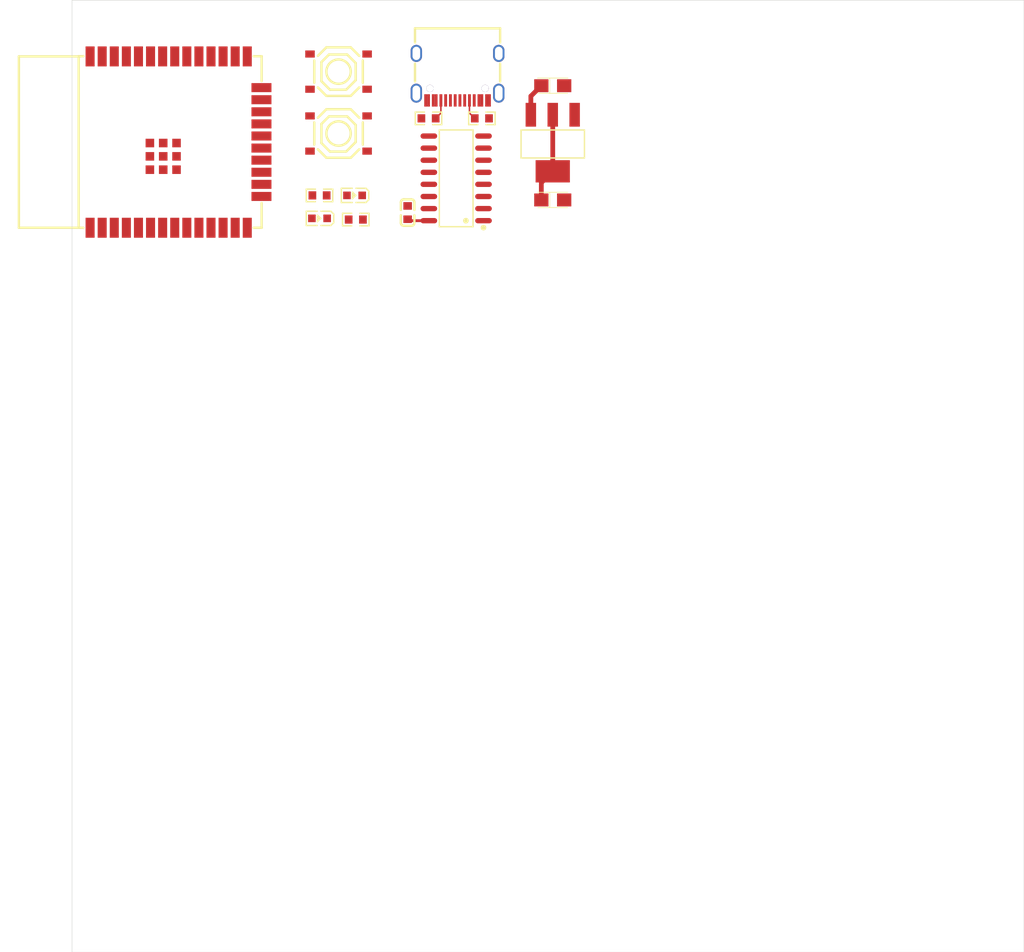
<source format=kicad_pcb>
(kicad_pcb (version 20240108) (generator "pcbnew") (generator_version "8.0")
  (layers (0 "F.Cu" signal) (31 "B.Cu" signal) (34 "B.Paste" user) (35 "F.Paste" user) (36 "B.SilkS" user "B.Silkscreen") (37 "F.SilkS" user "F.Silkscreen") (38 "B.Mask" user) (39 "F.Mask" user) (44 "Edge.Cuts" user))
  (net 0 "")
  (net 1 "/3V3")
  (net 2 "GND")
  (net 3 "/5V")
  (net 4 "Net-(LED1-K)")
  (net 5 "/ESP_LED")
  (net 6 "Net-(LED2-K)")
  (net 7 "Net-(USBC1-CC2)")
  (net 8 "Net-(USBC1-CC1)")
  (net 9 "/ESP_TXD")
  (net 10 "/USB_P")
  (net 11 "/ESP_RXD")
  (net 20 "/USB_N")
  (net 46 "/ESP_EN")
  (net 48 "/ESP_PROG")
  (footprint "easyeda2kicad:SOT-223-3_L6.5-W3.4-P2.30-LS7.0-BR" (layer "F.Cu") (at 132.288 63.641 90)
    (property "Reference" "U2" (hide yes))
    (property "Value" "AMS1117-3.3" (hide yes))
    (fp_line (start 1.37 -3.33) (end 1.37 3.33) (stroke (width 0.15)) (layer "F.SilkS"))
    (fp_line (start -1.57 -3.33) (end 1.37 -3.33) (stroke (width 0.15)) (layer "F.SilkS"))
    (fp_line (start 1.37 3.33) (end -1.57 3.33) (stroke (width 0.15)) (layer "F.SilkS"))
    (fp_line (start -1.57 3.33) (end -1.57 -3.33) (stroke (width 0.15)) (layer "F.SilkS"))
    (pad "1" smd rect (at 2.97 2.3 90) (size 2.5 1.1) (layers "F.Cu" "F.Paste" "F.Mask") (net 2 "GND"))
    (pad "2" smd rect (at 2.97 0 90) (size 2.5 1.1) (layers "F.Cu" "F.Paste" "F.Mask") (net 1 "/3V3"))
    (pad "3" smd rect (at 2.97 -2.3 90) (size 2.5 1.1) (layers "F.Cu" "F.Paste" "F.Mask") (net 3 "/5V"))
    (pad "4" smd rect (at -2.97 0 90) (size 2.34 3.6) (layers "F.Cu" "F.Paste" "F.Mask") (net 1 "/3V3"))
  )
  (footprint "easyeda2kicad:USB-C_SMD-TYPE-C-31-M-12" (layer "F.Cu") (at 122.288 56.6935 180)
    (property "Reference" "USBC1" (hide yes))
    (property "Value" "TYPE-C-31-M-12" (hide yes))
    (fp_line (start 4.47 5.1) (end 4.47 3.62) (stroke (width 0.25)) (layer "F.SilkS"))
    (fp_line (start 4.47 5.1) (end -4.47 5.1) (stroke (width 0.25)) (layer "F.SilkS"))
    (fp_line (start 4.47 1.38) (end 4.47 -0.48) (stroke (width 0.25)) (layer "F.SilkS"))
    (fp_line (start -4.47 5.1) (end -4.47 3.62) (stroke (width 0.25)) (layer "F.SilkS"))
    (fp_line (start -4.47 1.38) (end -4.47 -0.48) (stroke (width 0.25)) (layer "F.SilkS"))
    (pad "" thru_hole circle (at -2.9 -1.21 180) (size 0.75 0.75) (drill 0.75) (layers "*.Cu" "*.Mask"))
    (pad "" thru_hole circle (at 2.9 -1.21 180) (size 0.75 0.75) (drill 0.75) (layers "*.Cu" "*.Mask"))
    (pad "0" thru_hole oval (at -4.33 -1.71 180) (size 1.2 2) (drill oval 0.799998 1.600022) (layers "*.Cu" "*.Mask") (net 2 "GND"))
    (pad "1" thru_hole oval (at 4.33 -1.71 180) (size 1.2 2) (drill oval 0.799998 1.599971) (layers "*.Cu" "*.Mask"))
    (pad "2" thru_hole oval (at 4.33 2.47 180) (size 1.2 1.8) (drill oval 0.799998 1.399997) (layers "*.Cu" "*.Mask"))
    (pad "3" thru_hole oval (at -4.33 2.47 180) (size 1.2 1.8) (drill oval 0.799998 1.399997) (layers "*.Cu" "*.Mask"))
    (pad "A1" smd rect (at -3.35 -2.47 180) (size 0.3 1.3) (layers "F.Cu" "F.Paste" "F.Mask") (net 2 "GND"))
    (pad "A4" smd rect (at -2.55 -2.47 180) (size 0.3 1.3) (layers "F.Cu" "F.Paste" "F.Mask") (net 3 "/5V"))
    (pad "A5" smd rect (at -1.25 -2.47 180) (size 0.3 1.3) (layers "F.Cu" "F.Paste" "F.Mask") (net 8 "Net-(USBC1-CC1)"))
    (pad "A6" smd rect (at -0.25 -2.47 180) (size 0.3 1.3) (layers "F.Cu" "F.Paste" "F.Mask") (net 10 "/USB_P"))
    (pad "A7" smd rect (at 0.25 -2.47 180) (size 0.3 1.3) (layers "F.Cu" "F.Paste" "F.Mask") (net 20 "/USB_N"))
    (pad "A8" smd rect (at 1.25 -2.47 180) (size 0.3 1.3) (layers "F.Cu" "F.Paste" "F.Mask"))
    (pad "A9" smd rect (at 2.55 -2.47 180) (size 0.3 1.3) (layers "F.Cu" "F.Paste" "F.Mask") (net 3 "/5V"))
    (pad "A12" smd rect (at 3.35 -2.47 180) (size 0.3 1.3) (layers "F.Cu" "F.Paste" "F.Mask") (net 2 "GND"))
    (pad "B1" smd rect (at 3.05 -2.47 180) (size 0.3 1.3) (layers "F.Cu" "F.Paste" "F.Mask") (net 2 "GND"))
    (pad "B4" smd rect (at 2.25 -2.47 180) (size 0.3 1.3) (layers "F.Cu" "F.Paste" "F.Mask") (net 3 "/5V"))
    (pad "B5" smd rect (at 1.75 -2.47 180) (size 0.3 1.3) (layers "F.Cu" "F.Paste" "F.Mask") (net 7 "Net-(USBC1-CC2)"))
    (pad "B6" smd rect (at 0.75 -2.47 180) (size 0.3 1.3) (layers "F.Cu" "F.Paste" "F.Mask") (net 10 "/USB_P"))
    (pad "B7" smd rect (at -0.75 -2.47 180) (size 0.3 1.3) (layers "F.Cu" "F.Paste" "F.Mask") (net 20 "/USB_N"))
    (pad "B8" smd rect (at -1.75 -2.47 180) (size 0.3 1.3) (layers "F.Cu" "F.Paste" "F.Mask"))
    (pad "B9" smd rect (at -2.25 -2.47 180) (size 0.3 1.3) (layers "F.Cu" "F.Paste" "F.Mask") (net 3 "/5V"))
    (pad "B12" smd rect (at -3.05 -2.47 180) (size 0.3 1.3) (layers "F.Cu" "F.Paste" "F.Mask") (net 2 "GND"))
  )
  (footprint "easyeda2kicad:C0603" (layer "F.Cu") (at 117.044 70.948 -90)
    (property "Reference" "C1" (hide yes))
    (property "Value" "0.1u" (hide yes))
    (fp_line (start -0.28 0.71) (end -1.08 0.71) (stroke (width 0.25)) (layer "F.SilkS"))
    (fp_line (start 0.28 0.71) (end 1.08 0.71) (stroke (width 0.25)) (layer "F.SilkS"))
    (fp_line (start -1.39 0.4) (end -1.39 -0.4) (stroke (width 0.25)) (layer "F.SilkS"))
    (fp_line (start 1.39 -0.4) (end 1.39 0.4) (stroke (width 0.25)) (layer "F.SilkS"))
    (fp_line (start -0.28 -0.71) (end -1.08 -0.71) (stroke (width 0.25)) (layer "F.SilkS"))
    (fp_line (start 0.28 -0.71) (end 1.08 -0.71) (stroke (width 0.25)) (layer "F.SilkS"))
    (fp_arc (start -1.08 0.71) (mid -1.299203 0.619203) (end -1.39 0.4) (stroke (width 0.25)) (layer "F.SilkS"))
    (fp_arc (start 1.39 0.4) (mid 1.299203 0.619203) (end 1.08 0.71) (stroke (width 0.25)) (layer "F.SilkS"))
    (fp_arc (start -1.39 -0.4) (mid -1.299203 -0.619203) (end -1.08 -0.71) (stroke (width 0.25)) (layer "F.SilkS"))
    (fp_arc (start 1.08 -0.71) (mid 1.299203 -0.619203) (end 1.39 -0.4) (stroke (width 0.25)) (layer "F.SilkS"))
    (pad "1" smd rect (at -0.7 0 270) (size 0.8 0.9) (layers "F.Cu" "F.Paste" "F.Mask") (net 2 "GND"))
    (pad "2" smd rect (at 0.7 0 270) (size 0.8 0.9) (layers "F.Cu" "F.Paste" "F.Mask") (net 1 "/3V3"))
  )
  (footprint "easyeda2kicad:WIFI-SMD_ESP32-WROOM-32E" (layer "F.Cu") (at 92.688 63.541)
    (property "Reference" "U3" (hide yes))
    (property "Value" "ESP32-WROOM-32E(8MB)" (hide yes))
    (fp_line (start -16.48 -9) (end -16.48 9) (stroke (width 0.25)) (layer "F.SilkS"))
    (fp_line (start -16.48 -9) (end -10.02 -9) (stroke (width 0.25)) (layer "F.SilkS"))
    (fp_line (start -16.48 9) (end -10.03 9) (stroke (width 0.25)) (layer "F.SilkS"))
    (fp_line (start -10.2 -9) (end -10.2 9) (stroke (width 0.25)) (layer "F.SilkS"))
    (fp_line (start -10.2 9) (end -9.69 9) (stroke (width 0.25)) (layer "F.SilkS"))
    (fp_line (start -9.69 -9.02) (end -10.2 -9.02) (stroke (width 0.25)) (layer "F.SilkS"))
    (fp_line (start 8.18 9) (end 9.02 9) (stroke (width 0.25)) (layer "F.SilkS"))
    (fp_line (start 9.02 -9.02) (end 8.18 -9.02) (stroke (width 0.25)) (layer "F.SilkS"))
    (fp_line (start 9.02 -6.4) (end 9.02 -9.02) (stroke (width 0.25)) (layer "F.SilkS"))
    (fp_line (start 9.02 9) (end 9.02 6.4) (stroke (width 0.25)) (layer "F.SilkS"))
    (pad "1" smd rect (at -9 9) (size 0.95 2.1) (layers "F.Cu" "F.Paste" "F.Mask") (net 2 "GND"))
    (pad "2" smd rect (at -7.73 9) (size 0.95 2.1) (layers "F.Cu" "F.Paste" "F.Mask") (net 1 "/3V3"))
    (pad "3" smd rect (at -6.46 9) (size 0.95 2.1) (layers "F.Cu" "F.Paste" "F.Mask") (net 46 "/ESP_EN"))
    (pad "4" smd rect (at -5.19 9) (size 0.95 2.1) (layers "F.Cu" "F.Paste" "F.Mask"))
    (pad "5" smd rect (at -3.92 9) (size 0.95 2.1) (layers "F.Cu" "F.Paste" "F.Mask"))
    (pad "6" smd rect (at -2.65 9) (size 0.95 2.1) (layers "F.Cu" "F.Paste" "F.Mask"))
    (pad "7" smd rect (at -1.38 9) (size 0.95 2.1) (layers "F.Cu" "F.Paste" "F.Mask"))
    (pad "8" smd rect (at -0.11 9) (size 0.95 2.1) (layers "F.Cu" "F.Paste" "F.Mask"))
    (pad "9" smd rect (at 1.16 9) (size 0.95 2.1) (layers "F.Cu" "F.Paste" "F.Mask"))
    (pad "10" smd rect (at 2.43 9) (size 0.95 2.1) (layers "F.Cu" "F.Paste" "F.Mask"))
    (pad "11" smd rect (at 3.7 9) (size 0.95 2.1) (layers "F.Cu" "F.Paste" "F.Mask"))
    (pad "12" smd rect (at 4.97 9) (size 0.95 2.1) (layers "F.Cu" "F.Paste" "F.Mask"))
    (pad "13" smd rect (at 6.24 9) (size 0.95 2.1) (layers "F.Cu" "F.Paste" "F.Mask"))
    (pad "14" smd rect (at 7.51 9) (size 0.95 2.1) (layers "F.Cu" "F.Paste" "F.Mask"))
    (pad "15" smd rect (at 9 5.71) (size 2.1 0.95) (layers "F.Cu" "F.Paste" "F.Mask") (net 2 "GND"))
    (pad "16" smd rect (at 9 4.44) (size 2.1 0.95) (layers "F.Cu" "F.Paste" "F.Mask"))
    (pad "17" smd rect (at 9 3.17) (size 2.1 0.95) (layers "F.Cu" "F.Paste" "F.Mask"))
    (pad "18" smd rect (at 9 1.9) (size 2.1 0.95) (layers "F.Cu" "F.Paste" "F.Mask"))
    (pad "19" smd rect (at 9 0.63) (size 2.1 0.95) (layers "F.Cu" "F.Paste" "F.Mask"))
    (pad "20" smd rect (at 9 -0.64) (size 2.1 0.95) (layers "F.Cu" "F.Paste" "F.Mask"))
    (pad "21" smd rect (at 9 -1.91) (size 2.1 0.95) (layers "F.Cu" "F.Paste" "F.Mask"))
    (pad "22" smd rect (at 9 -3.18) (size 2.1 0.95) (layers "F.Cu" "F.Paste" "F.Mask"))
    (pad "23" smd rect (at 9 -4.45) (size 2.1 0.95) (layers "F.Cu" "F.Paste" "F.Mask"))
    (pad "24" smd rect (at 9 -5.72) (size 2.1 0.95) (layers "F.Cu" "F.Paste" "F.Mask") (net 5 "/ESP_LED"))
    (pad "25" smd rect (at 7.51 -9) (size 0.95 2.1) (layers "F.Cu" "F.Paste" "F.Mask") (net 48 "/ESP_PROG"))
    (pad "26" smd rect (at 6.24 -9) (size 0.95 2.1) (layers "F.Cu" "F.Paste" "F.Mask"))
    (pad "27" smd rect (at 4.97 -9) (size 0.95 2.1) (layers "F.Cu" "F.Paste" "F.Mask"))
    (pad "28" smd rect (at 3.7 -9) (size 0.95 2.1) (layers "F.Cu" "F.Paste" "F.Mask"))
    (pad "29" smd rect (at 2.43 -9) (size 0.95 2.1) (layers "F.Cu" "F.Paste" "F.Mask"))
    (pad "30" smd rect (at 1.16 -9) (size 0.95 2.1) (layers "F.Cu" "F.Paste" "F.Mask"))
    (pad "31" smd rect (at -0.11 -9) (size 0.95 2.1) (layers "F.Cu" "F.Paste" "F.Mask"))
    (pad "32" smd rect (at -1.38 -9) (size 0.95 2.1) (layers "F.Cu" "F.Paste" "F.Mask"))
    (pad "33" smd rect (at -2.65 -9) (size 0.95 2.1) (layers "F.Cu" "F.Paste" "F.Mask"))
    (pad "34" smd rect (at -3.92 -9) (size 0.95 2.1) (layers "F.Cu" "F.Paste" "F.Mask") (net 11 "/ESP_RXD"))
    (pad "35" smd rect (at -5.19 -9) (size 0.95 2.1) (layers "F.Cu" "F.Paste" "F.Mask") (net 9 "/ESP_TXD"))
    (pad "36" smd rect (at -6.46 -9) (size 0.95 2.1) (layers "F.Cu" "F.Paste" "F.Mask"))
    (pad "37" smd rect (at -7.73 -9) (size 0.95 2.1) (layers "F.Cu" "F.Paste" "F.Mask"))
    (pad "38" smd rect (at -9 -9) (size 0.95 2.1) (layers "F.Cu" "F.Paste" "F.Mask") (net 2 "GND"))
    (pad "39" smd rect (at -2.72 0.1 180) (size 0.9 0.9) (layers "F.Cu" "F.Paste" "F.Mask") (net 2 "GND"))
    (pad "39" smd rect (at -2.72 1.5 180) (size 0.9 0.9) (layers "F.Cu" "F.Paste" "F.Mask") (net 2 "GND"))
    (pad "39" smd rect (at -2.72 2.9 180) (size 0.9 0.9) (layers "F.Cu" "F.Paste" "F.Mask") (net 2 "GND"))
    (pad "39" smd rect (at -1.32 0.1 180) (size 0.9 0.9) (layers "F.Cu" "F.Paste" "F.Mask") (net 2 "GND"))
    (pad "39" smd rect (at -1.32 1.5 180) (size 0.9 0.9) (layers "F.Cu" "F.Paste" "F.Mask") (net 2 "GND"))
    (pad "39" smd rect (at -1.32 2.9 180) (size 0.9 0.9) (layers "F.Cu" "F.Paste" "F.Mask") (net 2 "GND"))
    (pad "39" smd rect (at 0.08 0.1 180) (size 0.9 0.9) (layers "F.Cu" "F.Paste" "F.Mask") (net 2 "GND"))
    (pad "39" smd rect (at 0.08 1.5 180) (size 0.9 0.9) (layers "F.Cu" "F.Paste" "F.Mask") (net 2 "GND"))
    (pad "39" smd rect (at 0.08 2.9 180) (size 0.9 0.9) (layers "F.Cu" "F.Paste" "F.Mask") (net 2 "GND"))
  )
  (footprint "easyeda2kicad:CASE-A_3216" (layer "F.Cu") (at 132.288 69.619)
    (property "Reference" "C3" (hide yes))
    (property "Value" "22u (Tantalum)" (hide yes))
    (fp_line (start -1.6 -0.8) (end 1.6 -0.8) (stroke (width 0.08)) (layer "F.SilkS"))
    (fp_line (start -1.58 0.8) (end 1.57 0.8) (stroke (width 0.08)) (layer "F.SilkS"))
    (fp_line (start -0.32 0.8) (end -0.32 -0.8) (stroke (width 0.08)) (layer "F.SilkS"))
    (pad "1" smd rect (at -1.2 0) (size 1.5 1.36) (layers "F.Cu" "F.Paste" "F.Mask") (net 1 "/3V3"))
    (pad "2" smd rect (at 1.2 0) (size 1.5 1.36) (layers "F.Cu" "F.Paste" "F.Mask") (net 2 "GND"))
  )
  (footprint "easyeda2kicad:R0603" (layer "F.Cu") (at 107.788 69.141)
    (property "Reference" "R3" (hide yes))
    (property "Value" "100" (hide yes))
    (fp_line (start -1.39 -0.66) (end -0.43 -0.66) (stroke (width 0.15)) (layer "F.SilkS"))
    (fp_line (start -1.39 0.66) (end -1.39 -0.66) (stroke (width 0.15)) (layer "F.SilkS"))
    (fp_line (start -0.43 0.66) (end -1.39 0.66) (stroke (width 0.15)) (layer "F.SilkS"))
    (fp_line (start 0.43 0.66) (end 1.39 0.66) (stroke (width 0.15)) (layer "F.SilkS"))
    (fp_line (start 1.39 -0.66) (end 0.43 -0.66) (stroke (width 0.15)) (layer "F.SilkS"))
    (fp_line (start 1.39 0.66) (end 1.39 -0.66) (stroke (width 0.15)) (layer "F.SilkS"))
    (pad "1" smd rect (at -0.75 0) (size 0.81 0.86) (layers "F.Cu" "F.Paste" "F.Mask") (net 2 "GND"))
    (pad "2" smd rect (at 0.75 0) (size 0.81 0.86) (layers "F.Cu" "F.Paste" "F.Mask") (net 4 "Net-(LED1-K)"))
  )
  (footprint "easyeda2kicad:SOP-16_L10.0-W3.9-P1.27-LS6.0-BL" (layer "F.Cu") (at 122.144 67.348 90)
    (property "Reference" "U1" (hide yes))
    (property "Value" "CH340C_C7464026" (hide yes))
    (fp_line (start 5.08 -1.77) (end 5.08 1.77) (stroke (width 0.15)) (layer "F.SilkS"))
    (fp_line (start -5.08 -1.77) (end 5.08 -1.77) (stroke (width 0.15)) (layer "F.SilkS"))
    (fp_line (start 5.08 1.77) (end -5.08 1.77) (stroke (width 0.15)) (layer "F.SilkS"))
    (fp_line (start -5.08 1.77) (end -5.08 -1.77) (stroke (width 0.15)) (layer "F.SilkS"))
    (fp_circle (center -4.45 1.02) (end -4.3 1.02) (stroke (width 0.3)) (fill none) (layer "F.SilkS"))
    (fp_circle (center -5.18 2.87) (end -5.03 2.87) (stroke (width 0.3)) (fill none) (layer "F.SilkS"))
    (pad "1" smd oval (at -4.45 2.87 90) (size 0.56 1.75) (layers "F.Cu" "F.Paste" "F.Mask") (net 2 "GND"))
    (pad "2" smd oval (at -3.18 2.87 90) (size 0.56 1.75) (layers "F.Cu" "F.Paste" "F.Mask") (net 11 "/ESP_RXD"))
    (pad "3" smd oval (at -1.91 2.87 90) (size 0.56 1.75) (layers "F.Cu" "F.Paste" "F.Mask") (net 9 "/ESP_TXD"))
    (pad "4" smd oval (at -0.63 2.87 90) (size 0.56 1.75) (layers "F.Cu" "F.Paste" "F.Mask") (net 1 "/3V3"))
    (pad "5" smd oval (at 0.63 2.87 90) (size 0.56 1.75) (layers "F.Cu" "F.Paste" "F.Mask") (net 10 "/USB_P"))
    (pad "6" smd oval (at 1.9 2.87 90) (size 0.56 1.75) (layers "F.Cu" "F.Paste" "F.Mask") (net 20 "/USB_N"))
    (pad "7" smd oval (at 3.17 2.87 90) (size 0.56 1.75) (layers "F.Cu" "F.Paste" "F.Mask"))
    (pad "8" smd oval (at 4.44 2.87 90) (size 0.56 1.75) (layers "F.Cu" "F.Paste" "F.Mask"))
    (pad "9" smd oval (at 4.44 -2.87 90) (size 0.56 1.75) (layers "F.Cu" "F.Paste" "F.Mask"))
    (pad "10" smd oval (at 3.17 -2.87 90) (size 0.56 1.75) (layers "F.Cu" "F.Paste" "F.Mask"))
    (pad "11" smd oval (at 1.9 -2.87 90) (size 0.56 1.75) (layers "F.Cu" "F.Paste" "F.Mask"))
    (pad "12" smd oval (at 0.63 -2.87 90) (size 0.56 1.75) (layers "F.Cu" "F.Paste" "F.Mask"))
    (pad "13" smd oval (at -0.63 -2.87 90) (size 0.56 1.75) (layers "F.Cu" "F.Paste" "F.Mask"))
    (pad "14" smd oval (at -1.91 -2.87 90) (size 0.56 1.75) (layers "F.Cu" "F.Paste" "F.Mask"))
    (pad "15" smd oval (at -3.18 -2.87 90) (size 0.56 1.75) (layers "F.Cu" "F.Paste" "F.Mask"))
    (pad "16" smd oval (at -4.45 -2.87 90) (size 0.56 1.75) (layers "F.Cu" "F.Paste" "F.Mask") (net 1 "/3V3"))
  )
  (footprint "easyeda2kicad:R0603" (layer "F.Cu") (at 119.24 61.048)
    (property "Reference" "R1" (hide yes))
    (property "Value" "5k1" (hide yes))
    (fp_line (start -1.39 -0.66) (end -0.43 -0.66) (stroke (width 0.15)) (layer "F.SilkS"))
    (fp_line (start -1.39 0.66) (end -1.39 -0.66) (stroke (width 0.15)) (layer "F.SilkS"))
    (fp_line (start -0.43 0.66) (end -1.39 0.66) (stroke (width 0.15)) (layer "F.SilkS"))
    (fp_line (start 0.43 0.66) (end 1.39 0.66) (stroke (width 0.15)) (layer "F.SilkS"))
    (fp_line (start 1.39 -0.66) (end 0.43 -0.66) (stroke (width 0.15)) (layer "F.SilkS"))
    (fp_line (start 1.39 0.66) (end 1.39 -0.66) (stroke (width 0.15)) (layer "F.SilkS"))
    (pad "1" smd rect (at -0.75 0) (size 0.81 0.86) (layers "F.Cu" "F.Paste" "F.Mask") (net 2 "GND"))
    (pad "2" smd rect (at 0.75 0) (size 0.81 0.86) (layers "F.Cu" "F.Paste" "F.Mask") (net 7 "Net-(USBC1-CC2)"))
  )
  (footprint "easyeda2kicad:SW-SMD_4P-L5.1-W5.1-P3.70-LS6.5-TL_H1.5" (layer "F.Cu") (at 109.788 62.641)
    (property "Reference" "SW2" (hide yes))
    (property "Value" "TS-1187A-B-A-B" (hide yes))
    (fp_line (start -2.55 -1.17) (end -2.55 1.17) (stroke (width 0.25)) (layer "F.SilkS"))
    (fp_line (start -2.17 1.66) (end -1.28 2.55) (stroke (width 0.25)) (layer "F.SilkS"))
    (fp_line (start -1.8 -1) (end -1 -1.8) (stroke (width 0.25)) (layer "F.SilkS"))
    (fp_line (start -1.8 1) (end -1.8 -1) (stroke (width 0.25)) (layer "F.SilkS"))
    (fp_line (start -1.28 -2.55) (end -2.17 -1.66) (stroke (width 0.25)) (layer "F.SilkS"))
    (fp_line (start -1.28 -2.55) (end 1.28 -2.55) (stroke (width 0.25)) (layer "F.SilkS"))
    (fp_line (start -1.28 2.55) (end 1.28 2.55) (stroke (width 0.25)) (layer "F.SilkS"))
    (fp_line (start -1 -1.8) (end 0.9 -1.8) (stroke (width 0.25)) (layer "F.SilkS"))
    (fp_line (start -0.9 1.9) (end -1.8 1) (stroke (width 0.25)) (layer "F.SilkS"))
    (fp_line (start 0.8 1.9) (end -0.9 1.9) (stroke (width 0.25)) (layer "F.SilkS"))
    (fp_line (start 0.9 -1.8) (end 1.8 -0.9) (stroke (width 0.25)) (layer "F.SilkS"))
    (fp_line (start 1.28 -2.55) (end 2.17 -1.66) (stroke (width 0.25)) (layer "F.SilkS"))
    (fp_line (start 1.8 -0.9) (end 1.8 0.9) (stroke (width 0.25)) (layer "F.SilkS"))
    (fp_line (start 1.8 0.9) (end 0.8 1.9) (stroke (width 0.25)) (layer "F.SilkS"))
    (fp_line (start 2.17 1.66) (end 1.28 2.55) (stroke (width 0.25)) (layer "F.SilkS"))
    (fp_line (start 2.55 -1.17) (end 2.55 1.17) (stroke (width 0.25)) (layer "F.SilkS"))
    (fp_circle (center 0 0) (end 1.28 0) (stroke (width 0.25)) (fill none) (layer "F.SilkS"))
    (pad "1" smd rect (at -3 -1.85) (size 1 0.75) (layers "F.Cu" "F.Paste" "F.Mask") (net 46 "/ESP_EN"))
    (pad "2" smd rect (at 3 -1.85) (size 1 0.75) (layers "F.Cu" "F.Paste" "F.Mask") (net 46 "/ESP_EN"))
    (pad "3" smd rect (at -3 1.85) (size 1 0.75) (layers "F.Cu" "F.Paste" "F.Mask") (net 2 "GND"))
    (pad "4" smd rect (at 3 1.85) (size 1 0.75) (layers "F.Cu" "F.Paste" "F.Mask") (net 2 "GND"))
  )
  (footprint "easyeda2kicad:R0603" (layer "F.Cu") (at 124.844 61.048 180)
    (property "Reference" "R2" (hide yes))
    (property "Value" "5k1" (hide yes))
    (fp_line (start 1.39 0.66) (end 1.39 -0.66) (stroke (width 0.15)) (layer "F.SilkS"))
    (fp_line (start 1.39 -0.66) (end 0.43 -0.66) (stroke (width 0.15)) (layer "F.SilkS"))
    (fp_line (start 0.43 0.66) (end 1.39 0.66) (stroke (width 0.15)) (layer "F.SilkS"))
    (fp_line (start -0.43 0.66) (end -1.39 0.66) (stroke (width 0.15)) (layer "F.SilkS"))
    (fp_line (start -1.39 0.66) (end -1.39 -0.66) (stroke (width 0.15)) (layer "F.SilkS"))
    (fp_line (start -1.39 -0.66) (end -0.43 -0.66) (stroke (width 0.15)) (layer "F.SilkS"))
    (pad "1" smd rect (at -0.75 0 180) (size 0.81 0.86) (layers "F.Cu" "F.Paste" "F.Mask") (net 2 "GND"))
    (pad "2" smd rect (at 0.75 0 180) (size 0.81 0.86) (layers "F.Cu" "F.Paste" "F.Mask") (net 8 "Net-(USBC1-CC1)"))
  )
  (footprint "easyeda2kicad:CASE-A_3216" (layer "F.Cu") (at 132.288 57.619)
    (property "Reference" "C2" (hide yes))
    (property "Value" "22u (Tantalum)" (hide yes))
    (fp_line (start -1.6 -0.8) (end 1.6 -0.8) (stroke (width 0.08)) (layer "F.SilkS"))
    (fp_line (start -1.58 0.8) (end 1.57 0.8) (stroke (width 0.08)) (layer "F.SilkS"))
    (fp_line (start -0.32 0.8) (end -0.32 -0.8) (stroke (width 0.08)) (layer "F.SilkS"))
    (pad "1" smd rect (at -1.2 0) (size 1.5 1.36) (layers "F.Cu" "F.Paste" "F.Mask") (net 3 "/5V"))
    (pad "2" smd rect (at 1.2 0) (size 1.5 1.36) (layers "F.Cu" "F.Paste" "F.Mask") (net 2 "GND"))
  )
  (footprint "easyeda2kicad:LED0603-RD" (layer "F.Cu") (at 111.471 69.141 180)
    (property "Reference" "LED2" (hide yes))
    (property "Value" "KT-0603R" (hide yes))
    (fp_line (start 1.39 -0.75) (end 1.39 0.73) (stroke (width 0.15)) (layer "F.SilkS"))
    (fp_line (start 0.24 0.75) (end 1.39 0.75) (stroke (width 0.15)) (layer "F.SilkS"))
    (fp_line (start 0.24 -0.75) (end 1.39 -0.75) (stroke (width 0.15)) (layer "F.SilkS"))
    (fp_line (start 0.22 0.33) (end 0.21 0.33) (stroke (width 0.15)) (layer "F.SilkS"))
    (fp_line (start 0.22 0) (end -0.12 0) (stroke (width 0.15)) (layer "F.SilkS"))
    (fp_line (start 0.22 -0.34) (end -0.12 0) (stroke (width 0.15)) (layer "F.SilkS"))
    (fp_line (start 0.22 -0.35) (end 0.22 0.33) (stroke (width 0.15)) (layer "F.SilkS"))
    (fp_line (start 0.22 -0.35) (end 0.22 -0.34) (stroke (width 0.15)) (layer "F.SilkS"))
    (fp_line (start 0.21 0.33) (end -0.12 0) (stroke (width 0.15)) (layer "F.SilkS"))
    (fp_line (start -0.14 0.75) (end -1.19 0.75) (stroke (width 0.15)) (layer "F.SilkS"))
    (fp_line (start -0.14 -0.75) (end -1.19 -0.75) (stroke (width 0.15)) (layer "F.SilkS"))
    (fp_line (start -1.49 0.45) (end -1.19 0.75) (stroke (width 0.15)) (layer "F.SilkS"))
    (fp_line (start -1.49 0.35) (end -1.49 0.45) (stroke (width 0.15)) (layer "F.SilkS"))
    (fp_line (start -1.49 -0.35) (end -1.49 0.35) (stroke (width 0.15)) (layer "F.SilkS"))
    (fp_line (start -1.49 -0.35) (end -1.49 -0.45) (stroke (width 0.15)) (layer "F.SilkS"))
    (fp_line (start -1.49 -0.45) (end -1.19 -0.75) (stroke (width 0.15)) (layer "F.SilkS"))
    (pad "1" smd rect (at -0.8 0 270) (size 0.8 0.8) (layers "F.Cu" "F.Paste" "F.Mask") (net 6 "Net-(LED2-K)"))
    (pad "2" smd rect (at 0.8 0 270) (size 0.8 0.8) (layers "F.Cu" "F.Paste" "F.Mask") (net 1 "/3V3"))
  )
  (footprint "easyeda2kicad:R0603" (layer "F.Cu") (at 111.598 71.681)
    (property "Reference" "R7" (hide yes))
    (property "Value" "100" (hide yes))
    (fp_line (start -1.39 -0.66) (end -0.43 -0.66) (stroke (width 0.15)) (layer "F.SilkS"))
    (fp_line (start -1.39 0.66) (end -1.39 -0.66) (stroke (width 0.15)) (layer "F.SilkS"))
    (fp_line (start -0.43 0.66) (end -1.39 0.66) (stroke (width 0.15)) (layer "F.SilkS"))
    (fp_line (start 0.43 0.66) (end 1.39 0.66) (stroke (width 0.15)) (layer "F.SilkS"))
    (fp_line (start 1.39 -0.66) (end 0.43 -0.66) (stroke (width 0.15)) (layer "F.SilkS"))
    (fp_line (start 1.39 0.66) (end 1.39 -0.66) (stroke (width 0.15)) (layer "F.SilkS"))
    (pad "1" smd rect (at -0.75 0) (size 0.81 0.86) (layers "F.Cu" "F.Paste" "F.Mask") (net 2 "GND"))
    (pad "2" smd rect (at 0.75 0) (size 0.81 0.86) (layers "F.Cu" "F.Paste" "F.Mask") (net 6 "Net-(LED2-K)"))
  )
  (footprint "easyeda2kicad:SW-SMD_4P-L5.1-W5.1-P3.70-LS6.5-TL_H1.5" (layer "F.Cu") (at 109.788 56.141)
    (property "Reference" "SW1" (hide yes))
    (property "Value" "TS-1187A-B-A-B" (hide yes))
    (fp_line (start -2.55 -1.17) (end -2.55 1.17) (stroke (width 0.25)) (layer "F.SilkS"))
    (fp_line (start -2.17 1.66) (end -1.28 2.55) (stroke (width 0.25)) (layer "F.SilkS"))
    (fp_line (start -1.8 -1) (end -1 -1.8) (stroke (width 0.25)) (layer "F.SilkS"))
    (fp_line (start -1.8 1) (end -1.8 -1) (stroke (width 0.25)) (layer "F.SilkS"))
    (fp_line (start -1.28 -2.55) (end -2.17 -1.66) (stroke (width 0.25)) (layer "F.SilkS"))
    (fp_line (start -1.28 -2.55) (end 1.28 -2.55) (stroke (width 0.25)) (layer "F.SilkS"))
    (fp_line (start -1.28 2.55) (end 1.28 2.55) (stroke (width 0.25)) (layer "F.SilkS"))
    (fp_line (start -1 -1.8) (end 0.9 -1.8) (stroke (width 0.25)) (layer "F.SilkS"))
    (fp_line (start -0.9 1.9) (end -1.8 1) (stroke (width 0.25)) (layer "F.SilkS"))
    (fp_line (start 0.8 1.9) (end -0.9 1.9) (stroke (width 0.25)) (layer "F.SilkS"))
    (fp_line (start 0.9 -1.8) (end 1.8 -0.9) (stroke (width 0.25)) (layer "F.SilkS"))
    (fp_line (start 1.28 -2.55) (end 2.17 -1.66) (stroke (width 0.25)) (layer "F.SilkS"))
    (fp_line (start 1.8 -0.9) (end 1.8 0.9) (stroke (width 0.25)) (layer "F.SilkS"))
    (fp_line (start 1.8 0.9) (end 0.8 1.9) (stroke (width 0.25)) (layer "F.SilkS"))
    (fp_line (start 2.17 1.66) (end 1.28 2.55) (stroke (width 0.25)) (layer "F.SilkS"))
    (fp_line (start 2.55 -1.17) (end 2.55 1.17) (stroke (width 0.25)) (layer "F.SilkS"))
    (fp_circle (center 0 0) (end 1.28 0) (stroke (width 0.25)) (fill none) (layer "F.SilkS"))
    (pad "1" smd rect (at -3 -1.85) (size 1 0.75) (layers "F.Cu" "F.Paste" "F.Mask") (net 48 "/ESP_PROG"))
    (pad "2" smd rect (at 3 -1.85) (size 1 0.75) (layers "F.Cu" "F.Paste" "F.Mask") (net 48 "/ESP_PROG"))
    (pad "3" smd rect (at -3 1.85) (size 1 0.75) (layers "F.Cu" "F.Paste" "F.Mask") (net 2 "GND"))
    (pad "4" smd rect (at 3 1.85) (size 1 0.75) (layers "F.Cu" "F.Paste" "F.Mask") (net 2 "GND"))
  )
  (footprint "easyeda2kicad:LED0603-RD" (layer "F.Cu") (at 107.788 71.554 180)
    (property "Reference" "LED1" (hide yes))
    (property "Value" "KT-0603R" (hide yes))
    (fp_line (start 1.39 -0.75) (end 1.39 0.73) (stroke (width 0.15)) (layer "F.SilkS"))
    (fp_line (start 0.24 0.75) (end 1.39 0.75) (stroke (width 0.15)) (layer "F.SilkS"))
    (fp_line (start 0.24 -0.75) (end 1.39 -0.75) (stroke (width 0.15)) (layer "F.SilkS"))
    (fp_line (start 0.22 0.33) (end 0.21 0.33) (stroke (width 0.15)) (layer "F.SilkS"))
    (fp_line (start 0.22 0) (end -0.12 0) (stroke (width 0.15)) (layer "F.SilkS"))
    (fp_line (start 0.22 -0.34) (end -0.12 0) (stroke (width 0.15)) (layer "F.SilkS"))
    (fp_line (start 0.22 -0.35) (end 0.22 0.33) (stroke (width 0.15)) (layer "F.SilkS"))
    (fp_line (start 0.22 -0.35) (end 0.22 -0.34) (stroke (width 0.15)) (layer "F.SilkS"))
    (fp_line (start 0.21 0.33) (end -0.12 0) (stroke (width 0.15)) (layer "F.SilkS"))
    (fp_line (start -0.14 0.75) (end -1.19 0.75) (stroke (width 0.15)) (layer "F.SilkS"))
    (fp_line (start -0.14 -0.75) (end -1.19 -0.75) (stroke (width 0.15)) (layer "F.SilkS"))
    (fp_line (start -1.49 0.45) (end -1.19 0.75) (stroke (width 0.15)) (layer "F.SilkS"))
    (fp_line (start -1.49 0.35) (end -1.49 0.45) (stroke (width 0.15)) (layer "F.SilkS"))
    (fp_line (start -1.49 -0.35) (end -1.49 0.35) (stroke (width 0.15)) (layer "F.SilkS"))
    (fp_line (start -1.49 -0.35) (end -1.49 -0.45) (stroke (width 0.15)) (layer "F.SilkS"))
    (fp_line (start -1.49 -0.45) (end -1.19 -0.75) (stroke (width 0.15)) (layer "F.SilkS"))
    (pad "1" smd rect (at -0.8 0 270) (size 0.8 0.8) (layers "F.Cu" "F.Paste" "F.Mask") (net 4 "Net-(LED1-K)"))
    (pad "2" smd rect (at 0.8 0 270) (size 0.8 0.8) (layers "F.Cu" "F.Paste" "F.Mask") (net 5 "/ESP_LED"))
  )
  (gr_rect (start 81.788 48.641) (end 181.788 148.641) (stroke (width 0.05)) (fill none) (layer "Edge.Cuts"))
  (segment (start 132.288 66.611) (end 132.288 60.671) (width 0.5) (layer "F.Cu") (net 1))
  (segment (start 119.274 71.798) (end 117.194 71.798) (width 0.3) (layer "F.Cu") (net 1))
  (segment (start 117.194 71.798) (end 117.044 71.648) (width 0.16) (layer "F.Cu") (net 1))
  (segment (start 131.088 67.811) (end 132.288 66.611) (width 0.5) (layer "F.Cu") (net 1))
  (segment (start 131.088 69.619) (end 131.088 67.811) (width 0.5) (layer "F.Cu") (net 1))
  (segment (start 131.088 57.619) (end 129.988 58.719) (width 0.5) (layer "F.Cu") (net 3))
  (segment (start 129.988 58.719) (end 129.988 60.671) (width 0.5) (layer "F.Cu") (net 3))
  (segment (start 120.538 60.5) (end 119.99 61.048) (width 0.16) (layer "F.Cu") (net 7))
  (segment (start 120.538 59.1635) (end 120.538 60.5) (width 0.16) (layer "F.Cu") (net 7))
  (segment (start 123.538 60.492) (end 124.094 61.048) (width 0.16) (layer "F.Cu") (net 8))
  (segment (start 123.538 59.1635) (end 123.538 60.492) (width 0.16) (layer "F.Cu") (net 8))
)
</source>
